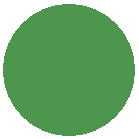
<source format=gbr>
%TF.GenerationSoftware,Altium Limited,Altium Designer,22.11.1 (43)*%
G04 Layer_Color=16711935*
%FSLAX45Y45*%
%MOMM*%
%TF.SameCoordinates,E77C6ACE-BB65-432D-A69C-5FF0F2C89B45*%
%TF.FilePolarity,Negative*%
%TF.FileFunction,Soldermask,Bot*%
%TF.Part,Single*%
G01*
G75*
%TA.AperFunction,ViaPad*%
%ADD29C,1.47320*%
%TA.AperFunction,SMDPad,CuDef*%
%ADD30C,11.20320*%
D29*
X1511300Y1028700D02*
D03*
X1498600Y1270000D02*
D03*
X825500Y1143000D02*
D03*
D30*
X1130300Y1231900D02*
D03*
%TF.MD5,ddfc22027c8aa1646db24272ab891ac5*%
M02*

</source>
